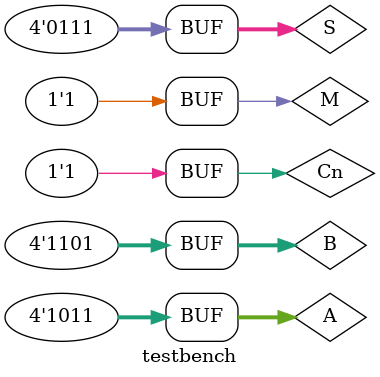
<source format=v>
`timescale 1ns / 1ps
module testbench;
	// Inputs
	reg [3:0] A;
	reg [3:0] B;
	reg M;
	reg [3:0] S;
	reg Cn;
	// Outputs
	wire [3:0] F;
	wire G;
	wire P;
	wire Cn4;
	wire AeqB;
	// Instantiate the Unit Under Test (UUT)
	alu74181 uut (
		.A(A),
		.B(B),
		.M(M),
		.S(S),
		.Cn(Cn),
		.F(F),
		.G(G),
		.P(P),
		.Cn4(Cn4),
		.AeqB(AeqB)
	);

	initial begin
		Cn=1;
		// Initialize Inputs
		A = 4'b0011;
		B = 4'b0100;
		S = 4'b1001;   // A+B
		M = 0;
		#100;
		A = 4'b1100;
		B = 4'b1000;
		S = 4'b0000; 	// not A
		M = 1;
		#100;
		A=4'b1001;
		B=4'b1111; 
		S=4'b0011;     //-1
		M=0;
		#100
		A=4'b1011;
		B=4'b1101;
		S=4'b0111;    //A & not B
		M=1;
	end
endmodule


</source>
